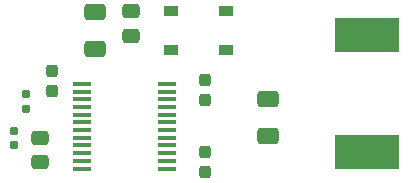
<source format=gtp>
G04 #@! TF.GenerationSoftware,KiCad,Pcbnew,(6.0.1)*
G04 #@! TF.CreationDate,2022-04-24T16:28:33-07:00*
G04 #@! TF.ProjectId,StereoPS,53746572-656f-4505-932e-6b696361645f,rev?*
G04 #@! TF.SameCoordinates,Original*
G04 #@! TF.FileFunction,Paste,Top*
G04 #@! TF.FilePolarity,Positive*
%FSLAX46Y46*%
G04 Gerber Fmt 4.6, Leading zero omitted, Abs format (unit mm)*
G04 Created by KiCad (PCBNEW (6.0.1)) date 2022-04-24 16:28:33*
%MOMM*%
%LPD*%
G01*
G04 APERTURE LIST*
G04 Aperture macros list*
%AMRoundRect*
0 Rectangle with rounded corners*
0 $1 Rounding radius*
0 $2 $3 $4 $5 $6 $7 $8 $9 X,Y pos of 4 corners*
0 Add a 4 corners polygon primitive as box body*
4,1,4,$2,$3,$4,$5,$6,$7,$8,$9,$2,$3,0*
0 Add four circle primitives for the rounded corners*
1,1,$1+$1,$2,$3*
1,1,$1+$1,$4,$5*
1,1,$1+$1,$6,$7*
1,1,$1+$1,$8,$9*
0 Add four rect primitives between the rounded corners*
20,1,$1+$1,$2,$3,$4,$5,0*
20,1,$1+$1,$4,$5,$6,$7,0*
20,1,$1+$1,$6,$7,$8,$9,0*
20,1,$1+$1,$8,$9,$2,$3,0*%
G04 Aperture macros list end*
%ADD10RoundRect,0.250000X-0.650000X0.412500X-0.650000X-0.412500X0.650000X-0.412500X0.650000X0.412500X0*%
%ADD11R,1.200000X0.900000*%
%ADD12RoundRect,0.160000X-0.160000X0.197500X-0.160000X-0.197500X0.160000X-0.197500X0.160000X0.197500X0*%
%ADD13R,1.639799X0.431000*%
%ADD14RoundRect,0.237500X0.237500X-0.300000X0.237500X0.300000X-0.237500X0.300000X-0.237500X-0.300000X0*%
%ADD15RoundRect,0.250000X-0.475000X0.337500X-0.475000X-0.337500X0.475000X-0.337500X0.475000X0.337500X0*%
%ADD16R,5.400000X2.900000*%
%ADD17RoundRect,0.237500X-0.237500X0.300000X-0.237500X-0.300000X0.237500X-0.300000X0.237500X0.300000X0*%
G04 APERTURE END LIST*
D10*
X144600000Y-81017500D03*
X144600000Y-84142500D03*
D11*
X151010000Y-84200000D03*
X151010000Y-80900000D03*
D12*
X137700000Y-91105000D03*
X137700000Y-92300000D03*
D13*
X143460550Y-87116180D03*
X143460550Y-87766420D03*
X143460550Y-88416660D03*
X143460550Y-89066900D03*
X143460550Y-89717140D03*
X143460550Y-90367380D03*
X143460550Y-91017620D03*
X143460550Y-91667860D03*
X143460550Y-92318100D03*
X143460550Y-92968340D03*
X143460550Y-93618580D03*
X143460550Y-94268820D03*
X150724950Y-94268820D03*
X150724950Y-93618580D03*
X150724950Y-92968340D03*
X150724950Y-92318100D03*
X150724950Y-91667860D03*
X150724950Y-91017620D03*
X150724950Y-90367380D03*
X150724950Y-89717140D03*
X150724950Y-89066900D03*
X150724950Y-88416660D03*
X150724950Y-87766420D03*
X150724950Y-87116180D03*
D14*
X140970000Y-87730500D03*
X140970000Y-86005500D03*
D15*
X139954000Y-91672500D03*
X139954000Y-93747500D03*
D16*
X167600000Y-82950000D03*
X167600000Y-92850000D03*
D14*
X153924000Y-88492500D03*
X153924000Y-86767500D03*
D12*
X138780000Y-88002500D03*
X138780000Y-89197500D03*
D10*
X159258000Y-88353500D03*
X159258000Y-91478500D03*
D15*
X147620000Y-80972500D03*
X147620000Y-83047500D03*
D17*
X153924000Y-92863500D03*
X153924000Y-94588500D03*
D11*
X155702000Y-84200000D03*
X155702000Y-80900000D03*
M02*

</source>
